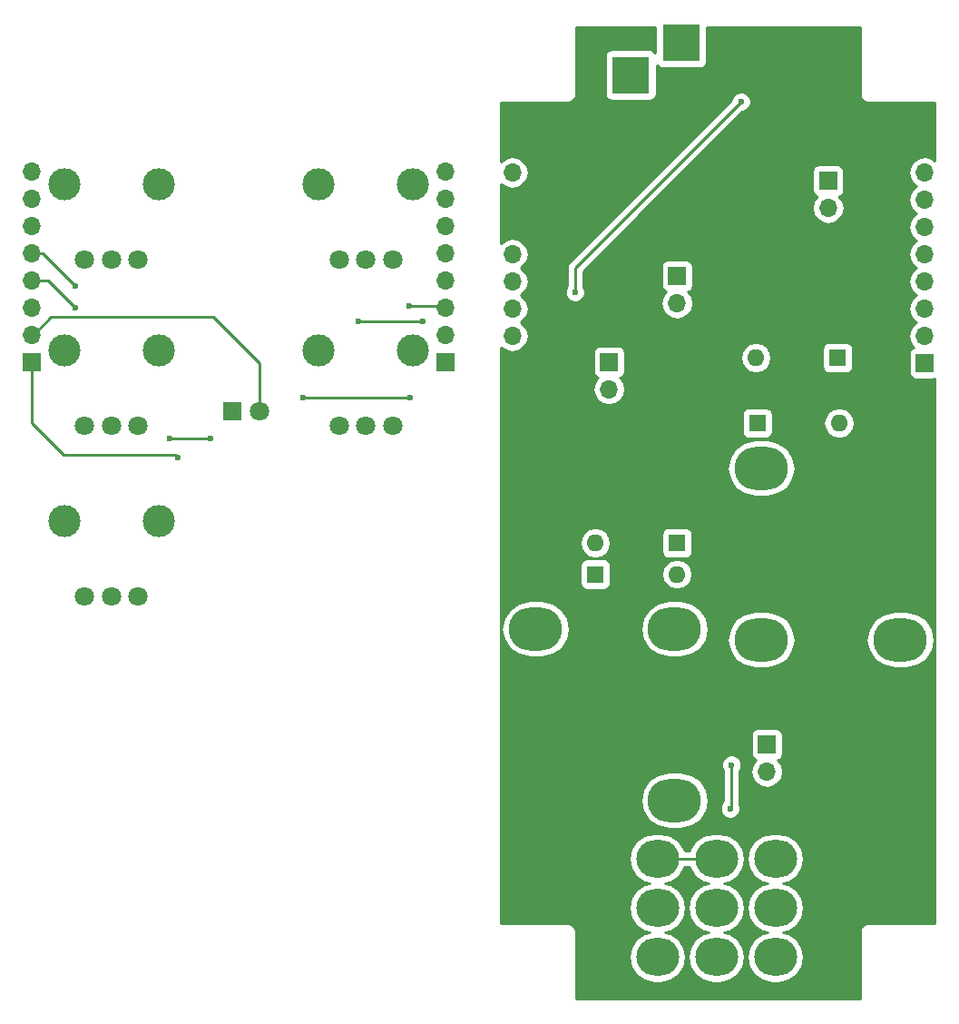
<source format=gbr>
G04 #@! TF.FileFunction,Copper,L2,Bot,Signal*
%FSLAX46Y46*%
G04 Gerber Fmt 4.6, Leading zero omitted, Abs format (unit mm)*
G04 Created by KiCad (PCBNEW 4.0.7) date 02/24/18 21:29:38*
%MOMM*%
%LPD*%
G01*
G04 APERTURE LIST*
%ADD10C,0.100000*%
%ADD11C,1.800000*%
%ADD12C,3.000000*%
%ADD13O,5.000000X4.000000*%
%ADD14O,4.000000X3.500000*%
%ADD15R,1.700000X1.700000*%
%ADD16O,1.700000X1.700000*%
%ADD17R,1.800000X1.800000*%
%ADD18R,1.600000X1.600000*%
%ADD19O,1.600000X1.600000*%
%ADD20R,3.500000X3.500000*%
%ADD21C,0.600000*%
%ADD22C,0.250000*%
%ADD23C,0.500000*%
%ADD24C,0.254000*%
G04 APERTURE END LIST*
D10*
D11*
X45546000Y-159639000D03*
X48046000Y-159639000D03*
X50546000Y-159639000D03*
D12*
X43646000Y-152639000D03*
X52446000Y-152639000D03*
D13*
X108689000Y-163702000D03*
X108689000Y-147702000D03*
X121689000Y-147702000D03*
X121666000Y-163702000D03*
D14*
X110021000Y-193322000D03*
X104521000Y-193322000D03*
X99021000Y-193322000D03*
X110021000Y-188722000D03*
X104521000Y-188722000D03*
X99021000Y-188722000D03*
X110021000Y-184122000D03*
X104521000Y-184122000D03*
X99021000Y-184122000D03*
D11*
X69295000Y-143764000D03*
X71795000Y-143764000D03*
X74295000Y-143764000D03*
D12*
X67395000Y-136764000D03*
X76195000Y-136764000D03*
D11*
X69295000Y-128270000D03*
X71795000Y-128270000D03*
X74295000Y-128270000D03*
D12*
X67395000Y-121270000D03*
X76195000Y-121270000D03*
D15*
X40640000Y-137795000D03*
D16*
X40640000Y-135255000D03*
X40640000Y-132715000D03*
X40640000Y-130175000D03*
X40640000Y-127635000D03*
X40640000Y-125095000D03*
X40640000Y-122555000D03*
X40640000Y-120015000D03*
D15*
X123952000Y-137922000D03*
D16*
X123952000Y-135382000D03*
X123952000Y-132842000D03*
X123952000Y-130302000D03*
X123952000Y-127762000D03*
X123952000Y-125222000D03*
X123952000Y-122682000D03*
X123952000Y-120142000D03*
D15*
X85471000Y-137922000D03*
D16*
X85471000Y-135382000D03*
X85471000Y-132842000D03*
X85471000Y-130302000D03*
X85471000Y-127762000D03*
X85471000Y-125222000D03*
X85471000Y-122682000D03*
X85471000Y-120142000D03*
D13*
X100607000Y-162688000D03*
X100607000Y-178688000D03*
X87607000Y-178688000D03*
X87630000Y-162688000D03*
D17*
X59309000Y-142367000D03*
D11*
X61849000Y-142367000D03*
X45546000Y-143764000D03*
X48046000Y-143764000D03*
X50546000Y-143764000D03*
D12*
X43646000Y-136764000D03*
X52446000Y-136764000D03*
D15*
X79248000Y-137795000D03*
D16*
X79248000Y-135255000D03*
X79248000Y-132715000D03*
X79248000Y-130175000D03*
X79248000Y-127635000D03*
X79248000Y-125095000D03*
X79248000Y-122555000D03*
X79248000Y-120015000D03*
D11*
X45546000Y-128270000D03*
X48046000Y-128270000D03*
X50546000Y-128270000D03*
D12*
X43646000Y-121270000D03*
X52446000Y-121270000D03*
D15*
X109220000Y-173482000D03*
D16*
X109220000Y-176022000D03*
D15*
X100838000Y-129794000D03*
D16*
X100838000Y-132334000D03*
D15*
X94488000Y-137795000D03*
D16*
X94488000Y-140335000D03*
D15*
X114935000Y-120904000D03*
D16*
X114935000Y-123444000D03*
D18*
X108331000Y-143510000D03*
D19*
X115951000Y-143510000D03*
D18*
X115824000Y-137414000D03*
D19*
X108204000Y-137414000D03*
D18*
X93218000Y-157607000D03*
D19*
X100838000Y-157607000D03*
D18*
X100838000Y-154686000D03*
D19*
X93218000Y-154686000D03*
D20*
X101219000Y-114046000D03*
X101219000Y-108046000D03*
X96519000Y-111046000D03*
D21*
X117602000Y-116586000D03*
X106807000Y-116205000D03*
X109474000Y-167132000D03*
X123063000Y-167767000D03*
X101092000Y-139192000D03*
X115189000Y-129540000D03*
X105537000Y-119126000D03*
X115062000Y-189738000D03*
X105918000Y-175387000D03*
X105791000Y-179451000D03*
X75819000Y-132588000D03*
X54229000Y-146685000D03*
X44704000Y-132715000D03*
X53467000Y-144907000D03*
X57277000Y-144907000D03*
X65913000Y-141097000D03*
X75946000Y-141097000D03*
X77089000Y-133985000D03*
X71120000Y-133985000D03*
X44704000Y-130683000D03*
X91313000Y-131318000D03*
X106807000Y-113538000D03*
D22*
X123063000Y-167767000D02*
X123110000Y-167720000D01*
X40640000Y-135255000D02*
X40767000Y-135255000D01*
X40767000Y-135255000D02*
X42418000Y-133604000D01*
X42418000Y-133604000D02*
X57531000Y-133604000D01*
X57531000Y-133604000D02*
X61849000Y-137922000D01*
X61849000Y-137922000D02*
X61849000Y-142367000D01*
X105918000Y-179324000D02*
X105918000Y-175387000D01*
X105791000Y-179451000D02*
X105918000Y-179324000D01*
D23*
X104648000Y-188976000D02*
X105156000Y-188722000D01*
D22*
X99148000Y-188976000D02*
X99187000Y-188976000D01*
X75819000Y-132588000D02*
X79121000Y-132588000D01*
X79121000Y-132588000D02*
X79248000Y-132715000D01*
X54229000Y-146685000D02*
X53975000Y-146431000D01*
X53975000Y-146431000D02*
X43561000Y-146431000D01*
X43561000Y-146431000D02*
X40640000Y-143510000D01*
X40640000Y-143510000D02*
X40640000Y-137795000D01*
X42164000Y-130175000D02*
X40640000Y-130175000D01*
X44704000Y-132715000D02*
X42164000Y-130175000D01*
X99021000Y-184122000D02*
X104521000Y-184122000D01*
X57277000Y-144907000D02*
X53467000Y-144907000D01*
X75946000Y-141097000D02*
X65913000Y-141097000D01*
X71120000Y-133985000D02*
X77089000Y-133985000D01*
X41656000Y-127635000D02*
X40640000Y-127635000D01*
X44704000Y-130683000D02*
X41656000Y-127635000D01*
X104648000Y-193576000D02*
X104549000Y-193576000D01*
X103949500Y-116395500D02*
X106807000Y-113538000D01*
X91313000Y-129032000D02*
X91313000Y-131318000D01*
X103949500Y-116395500D02*
X91313000Y-129032000D01*
D24*
G36*
X98821560Y-108982045D02*
X98733090Y-108844559D01*
X98520890Y-108699569D01*
X98269000Y-108648560D01*
X94769000Y-108648560D01*
X94533683Y-108692838D01*
X94317559Y-108831910D01*
X94172569Y-109044110D01*
X94121560Y-109296000D01*
X94121560Y-112796000D01*
X94165838Y-113031317D01*
X94304910Y-113247441D01*
X94517110Y-113392431D01*
X94769000Y-113443440D01*
X98269000Y-113443440D01*
X98504317Y-113399162D01*
X98720441Y-113260090D01*
X98865431Y-113047890D01*
X98916440Y-112796000D01*
X98916440Y-110109955D01*
X99004910Y-110247441D01*
X99217110Y-110392431D01*
X99469000Y-110443440D01*
X102969000Y-110443440D01*
X103204317Y-110399162D01*
X103420441Y-110260090D01*
X103565431Y-110047890D01*
X103616440Y-109796000D01*
X103616440Y-106628000D01*
X117908000Y-106628000D01*
X117908000Y-112903000D01*
X117962046Y-113174705D01*
X118115954Y-113405046D01*
X118346295Y-113558954D01*
X118618000Y-113613000D01*
X124893000Y-113613000D01*
X124893000Y-118999639D01*
X124549378Y-118770039D01*
X123981093Y-118657000D01*
X123922907Y-118657000D01*
X123354622Y-118770039D01*
X122872853Y-119091946D01*
X122550946Y-119573715D01*
X122437907Y-120142000D01*
X122550946Y-120710285D01*
X122872853Y-121192054D01*
X123202026Y-121412000D01*
X122872853Y-121631946D01*
X122550946Y-122113715D01*
X122437907Y-122682000D01*
X122550946Y-123250285D01*
X122872853Y-123732054D01*
X123202026Y-123952000D01*
X122872853Y-124171946D01*
X122550946Y-124653715D01*
X122437907Y-125222000D01*
X122550946Y-125790285D01*
X122872853Y-126272054D01*
X123202026Y-126492000D01*
X122872853Y-126711946D01*
X122550946Y-127193715D01*
X122437907Y-127762000D01*
X122550946Y-128330285D01*
X122872853Y-128812054D01*
X123202026Y-129032000D01*
X122872853Y-129251946D01*
X122550946Y-129733715D01*
X122437907Y-130302000D01*
X122550946Y-130870285D01*
X122872853Y-131352054D01*
X123202026Y-131572000D01*
X122872853Y-131791946D01*
X122550946Y-132273715D01*
X122437907Y-132842000D01*
X122550946Y-133410285D01*
X122872853Y-133892054D01*
X123202026Y-134112000D01*
X122872853Y-134331946D01*
X122550946Y-134813715D01*
X122437907Y-135382000D01*
X122550946Y-135950285D01*
X122872853Y-136432054D01*
X122914452Y-136459850D01*
X122866683Y-136468838D01*
X122650559Y-136607910D01*
X122505569Y-136820110D01*
X122454560Y-137072000D01*
X122454560Y-138772000D01*
X122498838Y-139007317D01*
X122637910Y-139223441D01*
X122850110Y-139368431D01*
X123102000Y-139419440D01*
X124802000Y-139419440D01*
X124893000Y-139402317D01*
X124893000Y-190171000D01*
X118618000Y-190171000D01*
X118346295Y-190225046D01*
X118115954Y-190378954D01*
X117962046Y-190609295D01*
X117908000Y-190881000D01*
X117908000Y-197156000D01*
X91388000Y-197156000D01*
X91388000Y-190881000D01*
X91333954Y-190609295D01*
X91180046Y-190378954D01*
X90949705Y-190225046D01*
X90678000Y-190171000D01*
X84403000Y-190171000D01*
X84403000Y-184122000D01*
X96334377Y-184122000D01*
X96515924Y-185034700D01*
X97032927Y-185808450D01*
X97806677Y-186325453D01*
X98292052Y-186422000D01*
X97806677Y-186518547D01*
X97032927Y-187035550D01*
X96515924Y-187809300D01*
X96334377Y-188722000D01*
X96515924Y-189634700D01*
X97032927Y-190408450D01*
X97806677Y-190925453D01*
X98292052Y-191022000D01*
X97806677Y-191118547D01*
X97032927Y-191635550D01*
X96515924Y-192409300D01*
X96334377Y-193322000D01*
X96515924Y-194234700D01*
X97032927Y-195008450D01*
X97806677Y-195525453D01*
X98719377Y-195707000D01*
X99322623Y-195707000D01*
X100235323Y-195525453D01*
X101009073Y-195008450D01*
X101526076Y-194234700D01*
X101707623Y-193322000D01*
X101526076Y-192409300D01*
X101009073Y-191635550D01*
X100235323Y-191118547D01*
X99749948Y-191022000D01*
X100235323Y-190925453D01*
X101009073Y-190408450D01*
X101526076Y-189634700D01*
X101707623Y-188722000D01*
X101526076Y-187809300D01*
X101009073Y-187035550D01*
X100235323Y-186518547D01*
X99749948Y-186422000D01*
X100235323Y-186325453D01*
X101009073Y-185808450D01*
X101526076Y-185034700D01*
X101556450Y-184882000D01*
X101985550Y-184882000D01*
X102015924Y-185034700D01*
X102532927Y-185808450D01*
X103306677Y-186325453D01*
X103792052Y-186422000D01*
X103306677Y-186518547D01*
X102532927Y-187035550D01*
X102015924Y-187809300D01*
X101834377Y-188722000D01*
X102015924Y-189634700D01*
X102532927Y-190408450D01*
X103306677Y-190925453D01*
X103792052Y-191022000D01*
X103306677Y-191118547D01*
X102532927Y-191635550D01*
X102015924Y-192409300D01*
X101834377Y-193322000D01*
X102015924Y-194234700D01*
X102532927Y-195008450D01*
X103306677Y-195525453D01*
X104219377Y-195707000D01*
X104822623Y-195707000D01*
X105735323Y-195525453D01*
X106509073Y-195008450D01*
X107026076Y-194234700D01*
X107207623Y-193322000D01*
X107026076Y-192409300D01*
X106509073Y-191635550D01*
X105735323Y-191118547D01*
X105249948Y-191022000D01*
X105735323Y-190925453D01*
X106509073Y-190408450D01*
X107026076Y-189634700D01*
X107207623Y-188722000D01*
X107026076Y-187809300D01*
X106509073Y-187035550D01*
X105735323Y-186518547D01*
X105249948Y-186422000D01*
X105735323Y-186325453D01*
X106509073Y-185808450D01*
X107026076Y-185034700D01*
X107207623Y-184122000D01*
X107334377Y-184122000D01*
X107515924Y-185034700D01*
X108032927Y-185808450D01*
X108806677Y-186325453D01*
X109292052Y-186422000D01*
X108806677Y-186518547D01*
X108032927Y-187035550D01*
X107515924Y-187809300D01*
X107334377Y-188722000D01*
X107515924Y-189634700D01*
X108032927Y-190408450D01*
X108806677Y-190925453D01*
X109292052Y-191022000D01*
X108806677Y-191118547D01*
X108032927Y-191635550D01*
X107515924Y-192409300D01*
X107334377Y-193322000D01*
X107515924Y-194234700D01*
X108032927Y-195008450D01*
X108806677Y-195525453D01*
X109719377Y-195707000D01*
X110322623Y-195707000D01*
X111235323Y-195525453D01*
X112009073Y-195008450D01*
X112526076Y-194234700D01*
X112707623Y-193322000D01*
X112526076Y-192409300D01*
X112009073Y-191635550D01*
X111235323Y-191118547D01*
X110749948Y-191022000D01*
X111235323Y-190925453D01*
X112009073Y-190408450D01*
X112526076Y-189634700D01*
X112707623Y-188722000D01*
X112526076Y-187809300D01*
X112009073Y-187035550D01*
X111235323Y-186518547D01*
X110749948Y-186422000D01*
X111235323Y-186325453D01*
X112009073Y-185808450D01*
X112526076Y-185034700D01*
X112707623Y-184122000D01*
X112526076Y-183209300D01*
X112009073Y-182435550D01*
X111235323Y-181918547D01*
X110322623Y-181737000D01*
X109719377Y-181737000D01*
X108806677Y-181918547D01*
X108032927Y-182435550D01*
X107515924Y-183209300D01*
X107334377Y-184122000D01*
X107207623Y-184122000D01*
X107026076Y-183209300D01*
X106509073Y-182435550D01*
X105735323Y-181918547D01*
X104822623Y-181737000D01*
X104219377Y-181737000D01*
X103306677Y-181918547D01*
X102532927Y-182435550D01*
X102015924Y-183209300D01*
X101985550Y-183362000D01*
X101556450Y-183362000D01*
X101526076Y-183209300D01*
X101009073Y-182435550D01*
X100235323Y-181918547D01*
X99322623Y-181737000D01*
X98719377Y-181737000D01*
X97806677Y-181918547D01*
X97032927Y-182435550D01*
X96515924Y-183209300D01*
X96334377Y-184122000D01*
X84403000Y-184122000D01*
X84403000Y-178688000D01*
X97410582Y-178688000D01*
X97611159Y-179696371D01*
X98182356Y-180551226D01*
X99037211Y-181122423D01*
X100045582Y-181323000D01*
X101168418Y-181323000D01*
X102176789Y-181122423D01*
X103031644Y-180551226D01*
X103602841Y-179696371D01*
X103614816Y-179636167D01*
X104855838Y-179636167D01*
X104997883Y-179979943D01*
X105260673Y-180243192D01*
X105604201Y-180385838D01*
X105976167Y-180386162D01*
X106319943Y-180244117D01*
X106583192Y-179981327D01*
X106725838Y-179637799D01*
X106726162Y-179265833D01*
X106678000Y-179149272D01*
X106678000Y-176022000D01*
X107705907Y-176022000D01*
X107818946Y-176590285D01*
X108140853Y-177072054D01*
X108622622Y-177393961D01*
X109190907Y-177507000D01*
X109249093Y-177507000D01*
X109817378Y-177393961D01*
X110299147Y-177072054D01*
X110621054Y-176590285D01*
X110734093Y-176022000D01*
X110621054Y-175453715D01*
X110299147Y-174971946D01*
X110257548Y-174944150D01*
X110305317Y-174935162D01*
X110521441Y-174796090D01*
X110666431Y-174583890D01*
X110717440Y-174332000D01*
X110717440Y-172632000D01*
X110673162Y-172396683D01*
X110534090Y-172180559D01*
X110321890Y-172035569D01*
X110070000Y-171984560D01*
X108370000Y-171984560D01*
X108134683Y-172028838D01*
X107918559Y-172167910D01*
X107773569Y-172380110D01*
X107722560Y-172632000D01*
X107722560Y-174332000D01*
X107766838Y-174567317D01*
X107905910Y-174783441D01*
X108118110Y-174928431D01*
X108185541Y-174942086D01*
X108140853Y-174971946D01*
X107818946Y-175453715D01*
X107705907Y-176022000D01*
X106678000Y-176022000D01*
X106678000Y-175949463D01*
X106710192Y-175917327D01*
X106852838Y-175573799D01*
X106853162Y-175201833D01*
X106711117Y-174858057D01*
X106448327Y-174594808D01*
X106104799Y-174452162D01*
X105732833Y-174451838D01*
X105389057Y-174593883D01*
X105125808Y-174856673D01*
X104983162Y-175200201D01*
X104982838Y-175572167D01*
X105124883Y-175915943D01*
X105158000Y-175949118D01*
X105158000Y-178761759D01*
X104998808Y-178920673D01*
X104856162Y-179264201D01*
X104855838Y-179636167D01*
X103614816Y-179636167D01*
X103803418Y-178688000D01*
X103602841Y-177679629D01*
X103031644Y-176824774D01*
X102176789Y-176253577D01*
X101168418Y-176053000D01*
X100045582Y-176053000D01*
X99037211Y-176253577D01*
X98182356Y-176824774D01*
X97611159Y-177679629D01*
X97410582Y-178688000D01*
X84403000Y-178688000D01*
X84403000Y-162688000D01*
X84433582Y-162688000D01*
X84634159Y-163696371D01*
X85205356Y-164551226D01*
X86060211Y-165122423D01*
X87068582Y-165323000D01*
X88191418Y-165323000D01*
X89199789Y-165122423D01*
X90054644Y-164551226D01*
X90625841Y-163696371D01*
X90826418Y-162688000D01*
X97410582Y-162688000D01*
X97611159Y-163696371D01*
X98182356Y-164551226D01*
X99037211Y-165122423D01*
X100045582Y-165323000D01*
X101168418Y-165323000D01*
X102176789Y-165122423D01*
X103031644Y-164551226D01*
X103599079Y-163702000D01*
X105492582Y-163702000D01*
X105693159Y-164710371D01*
X106264356Y-165565226D01*
X107119211Y-166136423D01*
X108127582Y-166337000D01*
X109250418Y-166337000D01*
X110258789Y-166136423D01*
X111113644Y-165565226D01*
X111684841Y-164710371D01*
X111885418Y-163702000D01*
X118469582Y-163702000D01*
X118670159Y-164710371D01*
X119241356Y-165565226D01*
X120096211Y-166136423D01*
X121104582Y-166337000D01*
X122227418Y-166337000D01*
X123235789Y-166136423D01*
X124090644Y-165565226D01*
X124661841Y-164710371D01*
X124862418Y-163702000D01*
X124661841Y-162693629D01*
X124090644Y-161838774D01*
X123235789Y-161267577D01*
X122227418Y-161067000D01*
X121104582Y-161067000D01*
X120096211Y-161267577D01*
X119241356Y-161838774D01*
X118670159Y-162693629D01*
X118469582Y-163702000D01*
X111885418Y-163702000D01*
X111684841Y-162693629D01*
X111113644Y-161838774D01*
X110258789Y-161267577D01*
X109250418Y-161067000D01*
X108127582Y-161067000D01*
X107119211Y-161267577D01*
X106264356Y-161838774D01*
X105693159Y-162693629D01*
X105492582Y-163702000D01*
X103599079Y-163702000D01*
X103602841Y-163696371D01*
X103803418Y-162688000D01*
X103602841Y-161679629D01*
X103031644Y-160824774D01*
X102176789Y-160253577D01*
X101168418Y-160053000D01*
X100045582Y-160053000D01*
X99037211Y-160253577D01*
X98182356Y-160824774D01*
X97611159Y-161679629D01*
X97410582Y-162688000D01*
X90826418Y-162688000D01*
X90625841Y-161679629D01*
X90054644Y-160824774D01*
X89199789Y-160253577D01*
X88191418Y-160053000D01*
X87068582Y-160053000D01*
X86060211Y-160253577D01*
X85205356Y-160824774D01*
X84634159Y-161679629D01*
X84433582Y-162688000D01*
X84403000Y-162688000D01*
X84403000Y-156807000D01*
X91770560Y-156807000D01*
X91770560Y-158407000D01*
X91814838Y-158642317D01*
X91953910Y-158858441D01*
X92166110Y-159003431D01*
X92418000Y-159054440D01*
X94018000Y-159054440D01*
X94253317Y-159010162D01*
X94469441Y-158871090D01*
X94614431Y-158658890D01*
X94665440Y-158407000D01*
X94665440Y-157607000D01*
X99374887Y-157607000D01*
X99484120Y-158156151D01*
X99795189Y-158621698D01*
X100260736Y-158932767D01*
X100809887Y-159042000D01*
X100866113Y-159042000D01*
X101415264Y-158932767D01*
X101880811Y-158621698D01*
X102191880Y-158156151D01*
X102301113Y-157607000D01*
X102191880Y-157057849D01*
X101880811Y-156592302D01*
X101415264Y-156281233D01*
X100866113Y-156172000D01*
X100809887Y-156172000D01*
X100260736Y-156281233D01*
X99795189Y-156592302D01*
X99484120Y-157057849D01*
X99374887Y-157607000D01*
X94665440Y-157607000D01*
X94665440Y-156807000D01*
X94621162Y-156571683D01*
X94482090Y-156355559D01*
X94269890Y-156210569D01*
X94018000Y-156159560D01*
X92418000Y-156159560D01*
X92182683Y-156203838D01*
X91966559Y-156342910D01*
X91821569Y-156555110D01*
X91770560Y-156807000D01*
X84403000Y-156807000D01*
X84403000Y-154686000D01*
X91754887Y-154686000D01*
X91864120Y-155235151D01*
X92175189Y-155700698D01*
X92640736Y-156011767D01*
X93189887Y-156121000D01*
X93246113Y-156121000D01*
X93795264Y-156011767D01*
X94260811Y-155700698D01*
X94571880Y-155235151D01*
X94681113Y-154686000D01*
X94571880Y-154136849D01*
X94404268Y-153886000D01*
X99390560Y-153886000D01*
X99390560Y-155486000D01*
X99434838Y-155721317D01*
X99573910Y-155937441D01*
X99786110Y-156082431D01*
X100038000Y-156133440D01*
X101638000Y-156133440D01*
X101873317Y-156089162D01*
X102089441Y-155950090D01*
X102234431Y-155737890D01*
X102285440Y-155486000D01*
X102285440Y-153886000D01*
X102241162Y-153650683D01*
X102102090Y-153434559D01*
X101889890Y-153289569D01*
X101638000Y-153238560D01*
X100038000Y-153238560D01*
X99802683Y-153282838D01*
X99586559Y-153421910D01*
X99441569Y-153634110D01*
X99390560Y-153886000D01*
X94404268Y-153886000D01*
X94260811Y-153671302D01*
X93795264Y-153360233D01*
X93246113Y-153251000D01*
X93189887Y-153251000D01*
X92640736Y-153360233D01*
X92175189Y-153671302D01*
X91864120Y-154136849D01*
X91754887Y-154686000D01*
X84403000Y-154686000D01*
X84403000Y-147702000D01*
X105492582Y-147702000D01*
X105693159Y-148710371D01*
X106264356Y-149565226D01*
X107119211Y-150136423D01*
X108127582Y-150337000D01*
X109250418Y-150337000D01*
X110258789Y-150136423D01*
X111113644Y-149565226D01*
X111684841Y-148710371D01*
X111885418Y-147702000D01*
X111684841Y-146693629D01*
X111113644Y-145838774D01*
X110258789Y-145267577D01*
X109250418Y-145067000D01*
X108127582Y-145067000D01*
X107119211Y-145267577D01*
X106264356Y-145838774D01*
X105693159Y-146693629D01*
X105492582Y-147702000D01*
X84403000Y-147702000D01*
X84403000Y-142710000D01*
X106883560Y-142710000D01*
X106883560Y-144310000D01*
X106927838Y-144545317D01*
X107066910Y-144761441D01*
X107279110Y-144906431D01*
X107531000Y-144957440D01*
X109131000Y-144957440D01*
X109366317Y-144913162D01*
X109582441Y-144774090D01*
X109727431Y-144561890D01*
X109778440Y-144310000D01*
X109778440Y-143510000D01*
X114487887Y-143510000D01*
X114597120Y-144059151D01*
X114908189Y-144524698D01*
X115373736Y-144835767D01*
X115922887Y-144945000D01*
X115979113Y-144945000D01*
X116528264Y-144835767D01*
X116993811Y-144524698D01*
X117304880Y-144059151D01*
X117414113Y-143510000D01*
X117304880Y-142960849D01*
X116993811Y-142495302D01*
X116528264Y-142184233D01*
X115979113Y-142075000D01*
X115922887Y-142075000D01*
X115373736Y-142184233D01*
X114908189Y-142495302D01*
X114597120Y-142960849D01*
X114487887Y-143510000D01*
X109778440Y-143510000D01*
X109778440Y-142710000D01*
X109734162Y-142474683D01*
X109595090Y-142258559D01*
X109382890Y-142113569D01*
X109131000Y-142062560D01*
X107531000Y-142062560D01*
X107295683Y-142106838D01*
X107079559Y-142245910D01*
X106934569Y-142458110D01*
X106883560Y-142710000D01*
X84403000Y-142710000D01*
X84403000Y-140335000D01*
X92973907Y-140335000D01*
X93086946Y-140903285D01*
X93408853Y-141385054D01*
X93890622Y-141706961D01*
X94458907Y-141820000D01*
X94517093Y-141820000D01*
X95085378Y-141706961D01*
X95567147Y-141385054D01*
X95889054Y-140903285D01*
X96002093Y-140335000D01*
X95889054Y-139766715D01*
X95567147Y-139284946D01*
X95525548Y-139257150D01*
X95573317Y-139248162D01*
X95789441Y-139109090D01*
X95934431Y-138896890D01*
X95985440Y-138645000D01*
X95985440Y-137414000D01*
X106740887Y-137414000D01*
X106850120Y-137963151D01*
X107161189Y-138428698D01*
X107626736Y-138739767D01*
X108175887Y-138849000D01*
X108232113Y-138849000D01*
X108781264Y-138739767D01*
X109246811Y-138428698D01*
X109557880Y-137963151D01*
X109667113Y-137414000D01*
X109557880Y-136864849D01*
X109390268Y-136614000D01*
X114376560Y-136614000D01*
X114376560Y-138214000D01*
X114420838Y-138449317D01*
X114559910Y-138665441D01*
X114772110Y-138810431D01*
X115024000Y-138861440D01*
X116624000Y-138861440D01*
X116859317Y-138817162D01*
X117075441Y-138678090D01*
X117220431Y-138465890D01*
X117271440Y-138214000D01*
X117271440Y-136614000D01*
X117227162Y-136378683D01*
X117088090Y-136162559D01*
X116875890Y-136017569D01*
X116624000Y-135966560D01*
X115024000Y-135966560D01*
X114788683Y-136010838D01*
X114572559Y-136149910D01*
X114427569Y-136362110D01*
X114376560Y-136614000D01*
X109390268Y-136614000D01*
X109246811Y-136399302D01*
X108781264Y-136088233D01*
X108232113Y-135979000D01*
X108175887Y-135979000D01*
X107626736Y-136088233D01*
X107161189Y-136399302D01*
X106850120Y-136864849D01*
X106740887Y-137414000D01*
X95985440Y-137414000D01*
X95985440Y-136945000D01*
X95941162Y-136709683D01*
X95802090Y-136493559D01*
X95589890Y-136348569D01*
X95338000Y-136297560D01*
X93638000Y-136297560D01*
X93402683Y-136341838D01*
X93186559Y-136480910D01*
X93041569Y-136693110D01*
X92990560Y-136945000D01*
X92990560Y-138645000D01*
X93034838Y-138880317D01*
X93173910Y-139096441D01*
X93386110Y-139241431D01*
X93453541Y-139255086D01*
X93408853Y-139284946D01*
X93086946Y-139766715D01*
X92973907Y-140335000D01*
X84403000Y-140335000D01*
X84403000Y-136439502D01*
X84873622Y-136753961D01*
X85441907Y-136867000D01*
X85500093Y-136867000D01*
X86068378Y-136753961D01*
X86550147Y-136432054D01*
X86872054Y-135950285D01*
X86985093Y-135382000D01*
X86872054Y-134813715D01*
X86550147Y-134331946D01*
X86220974Y-134112000D01*
X86550147Y-133892054D01*
X86872054Y-133410285D01*
X86985093Y-132842000D01*
X86884046Y-132334000D01*
X99323907Y-132334000D01*
X99436946Y-132902285D01*
X99758853Y-133384054D01*
X100240622Y-133705961D01*
X100808907Y-133819000D01*
X100867093Y-133819000D01*
X101435378Y-133705961D01*
X101917147Y-133384054D01*
X102239054Y-132902285D01*
X102352093Y-132334000D01*
X102239054Y-131765715D01*
X101917147Y-131283946D01*
X101875548Y-131256150D01*
X101923317Y-131247162D01*
X102139441Y-131108090D01*
X102284431Y-130895890D01*
X102335440Y-130644000D01*
X102335440Y-128944000D01*
X102291162Y-128708683D01*
X102152090Y-128492559D01*
X101939890Y-128347569D01*
X101688000Y-128296560D01*
X99988000Y-128296560D01*
X99752683Y-128340838D01*
X99536559Y-128479910D01*
X99391569Y-128692110D01*
X99340560Y-128944000D01*
X99340560Y-130644000D01*
X99384838Y-130879317D01*
X99523910Y-131095441D01*
X99736110Y-131240431D01*
X99803541Y-131254086D01*
X99758853Y-131283946D01*
X99436946Y-131765715D01*
X99323907Y-132334000D01*
X86884046Y-132334000D01*
X86872054Y-132273715D01*
X86550147Y-131791946D01*
X86220974Y-131572000D01*
X86323990Y-131503167D01*
X90377838Y-131503167D01*
X90519883Y-131846943D01*
X90782673Y-132110192D01*
X91126201Y-132252838D01*
X91498167Y-132253162D01*
X91841943Y-132111117D01*
X92105192Y-131848327D01*
X92247838Y-131504799D01*
X92248162Y-131132833D01*
X92106117Y-130789057D01*
X92073000Y-130755882D01*
X92073000Y-129346802D01*
X97975802Y-123444000D01*
X113420907Y-123444000D01*
X113533946Y-124012285D01*
X113855853Y-124494054D01*
X114337622Y-124815961D01*
X114905907Y-124929000D01*
X114964093Y-124929000D01*
X115532378Y-124815961D01*
X116014147Y-124494054D01*
X116336054Y-124012285D01*
X116449093Y-123444000D01*
X116336054Y-122875715D01*
X116014147Y-122393946D01*
X115972548Y-122366150D01*
X116020317Y-122357162D01*
X116236441Y-122218090D01*
X116381431Y-122005890D01*
X116432440Y-121754000D01*
X116432440Y-120054000D01*
X116388162Y-119818683D01*
X116249090Y-119602559D01*
X116036890Y-119457569D01*
X115785000Y-119406560D01*
X114085000Y-119406560D01*
X113849683Y-119450838D01*
X113633559Y-119589910D01*
X113488569Y-119802110D01*
X113437560Y-120054000D01*
X113437560Y-121754000D01*
X113481838Y-121989317D01*
X113620910Y-122205441D01*
X113833110Y-122350431D01*
X113900541Y-122364086D01*
X113855853Y-122393946D01*
X113533946Y-122875715D01*
X113420907Y-123444000D01*
X97975802Y-123444000D01*
X106946680Y-114473122D01*
X106992167Y-114473162D01*
X107335943Y-114331117D01*
X107599192Y-114068327D01*
X107741838Y-113724799D01*
X107742162Y-113352833D01*
X107600117Y-113009057D01*
X107337327Y-112745808D01*
X106993799Y-112603162D01*
X106621833Y-112602838D01*
X106278057Y-112744883D01*
X106014808Y-113007673D01*
X105872162Y-113351201D01*
X105872121Y-113398077D01*
X90775599Y-128494599D01*
X90610852Y-128741161D01*
X90553000Y-129032000D01*
X90553000Y-130755537D01*
X90520808Y-130787673D01*
X90378162Y-131131201D01*
X90377838Y-131503167D01*
X86323990Y-131503167D01*
X86550147Y-131352054D01*
X86872054Y-130870285D01*
X86985093Y-130302000D01*
X86872054Y-129733715D01*
X86550147Y-129251946D01*
X86220974Y-129032000D01*
X86550147Y-128812054D01*
X86872054Y-128330285D01*
X86985093Y-127762000D01*
X86872054Y-127193715D01*
X86550147Y-126711946D01*
X86068378Y-126390039D01*
X85500093Y-126277000D01*
X85441907Y-126277000D01*
X84873622Y-126390039D01*
X84403000Y-126704498D01*
X84403000Y-121199502D01*
X84873622Y-121513961D01*
X85441907Y-121627000D01*
X85500093Y-121627000D01*
X86068378Y-121513961D01*
X86550147Y-121192054D01*
X86872054Y-120710285D01*
X86985093Y-120142000D01*
X86872054Y-119573715D01*
X86550147Y-119091946D01*
X86068378Y-118770039D01*
X85500093Y-118657000D01*
X85441907Y-118657000D01*
X84873622Y-118770039D01*
X84403000Y-119084498D01*
X84403000Y-113613000D01*
X90678000Y-113613000D01*
X90949705Y-113558954D01*
X91180046Y-113405046D01*
X91333954Y-113174705D01*
X91388000Y-112903000D01*
X91388000Y-106628000D01*
X98821560Y-106628000D01*
X98821560Y-108982045D01*
X98821560Y-108982045D01*
G37*
X98821560Y-108982045D02*
X98733090Y-108844559D01*
X98520890Y-108699569D01*
X98269000Y-108648560D01*
X94769000Y-108648560D01*
X94533683Y-108692838D01*
X94317559Y-108831910D01*
X94172569Y-109044110D01*
X94121560Y-109296000D01*
X94121560Y-112796000D01*
X94165838Y-113031317D01*
X94304910Y-113247441D01*
X94517110Y-113392431D01*
X94769000Y-113443440D01*
X98269000Y-113443440D01*
X98504317Y-113399162D01*
X98720441Y-113260090D01*
X98865431Y-113047890D01*
X98916440Y-112796000D01*
X98916440Y-110109955D01*
X99004910Y-110247441D01*
X99217110Y-110392431D01*
X99469000Y-110443440D01*
X102969000Y-110443440D01*
X103204317Y-110399162D01*
X103420441Y-110260090D01*
X103565431Y-110047890D01*
X103616440Y-109796000D01*
X103616440Y-106628000D01*
X117908000Y-106628000D01*
X117908000Y-112903000D01*
X117962046Y-113174705D01*
X118115954Y-113405046D01*
X118346295Y-113558954D01*
X118618000Y-113613000D01*
X124893000Y-113613000D01*
X124893000Y-118999639D01*
X124549378Y-118770039D01*
X123981093Y-118657000D01*
X123922907Y-118657000D01*
X123354622Y-118770039D01*
X122872853Y-119091946D01*
X122550946Y-119573715D01*
X122437907Y-120142000D01*
X122550946Y-120710285D01*
X122872853Y-121192054D01*
X123202026Y-121412000D01*
X122872853Y-121631946D01*
X122550946Y-122113715D01*
X122437907Y-122682000D01*
X122550946Y-123250285D01*
X122872853Y-123732054D01*
X123202026Y-123952000D01*
X122872853Y-124171946D01*
X122550946Y-124653715D01*
X122437907Y-125222000D01*
X122550946Y-125790285D01*
X122872853Y-126272054D01*
X123202026Y-126492000D01*
X122872853Y-126711946D01*
X122550946Y-127193715D01*
X122437907Y-127762000D01*
X122550946Y-128330285D01*
X122872853Y-128812054D01*
X123202026Y-129032000D01*
X122872853Y-129251946D01*
X122550946Y-129733715D01*
X122437907Y-130302000D01*
X122550946Y-130870285D01*
X122872853Y-131352054D01*
X123202026Y-131572000D01*
X122872853Y-131791946D01*
X122550946Y-132273715D01*
X122437907Y-132842000D01*
X122550946Y-133410285D01*
X122872853Y-133892054D01*
X123202026Y-134112000D01*
X122872853Y-134331946D01*
X122550946Y-134813715D01*
X122437907Y-135382000D01*
X122550946Y-135950285D01*
X122872853Y-136432054D01*
X122914452Y-136459850D01*
X122866683Y-136468838D01*
X122650559Y-136607910D01*
X122505569Y-136820110D01*
X122454560Y-137072000D01*
X122454560Y-138772000D01*
X122498838Y-139007317D01*
X122637910Y-139223441D01*
X122850110Y-139368431D01*
X123102000Y-139419440D01*
X124802000Y-139419440D01*
X124893000Y-139402317D01*
X124893000Y-190171000D01*
X118618000Y-190171000D01*
X118346295Y-190225046D01*
X118115954Y-190378954D01*
X117962046Y-190609295D01*
X117908000Y-190881000D01*
X117908000Y-197156000D01*
X91388000Y-197156000D01*
X91388000Y-190881000D01*
X91333954Y-190609295D01*
X91180046Y-190378954D01*
X90949705Y-190225046D01*
X90678000Y-190171000D01*
X84403000Y-190171000D01*
X84403000Y-184122000D01*
X96334377Y-184122000D01*
X96515924Y-185034700D01*
X97032927Y-185808450D01*
X97806677Y-186325453D01*
X98292052Y-186422000D01*
X97806677Y-186518547D01*
X97032927Y-187035550D01*
X96515924Y-187809300D01*
X96334377Y-188722000D01*
X96515924Y-189634700D01*
X97032927Y-190408450D01*
X97806677Y-190925453D01*
X98292052Y-191022000D01*
X97806677Y-191118547D01*
X97032927Y-191635550D01*
X96515924Y-192409300D01*
X96334377Y-193322000D01*
X96515924Y-194234700D01*
X97032927Y-195008450D01*
X97806677Y-195525453D01*
X98719377Y-195707000D01*
X99322623Y-195707000D01*
X100235323Y-195525453D01*
X101009073Y-195008450D01*
X101526076Y-194234700D01*
X101707623Y-193322000D01*
X101526076Y-192409300D01*
X101009073Y-191635550D01*
X100235323Y-191118547D01*
X99749948Y-191022000D01*
X100235323Y-190925453D01*
X101009073Y-190408450D01*
X101526076Y-189634700D01*
X101707623Y-188722000D01*
X101526076Y-187809300D01*
X101009073Y-187035550D01*
X100235323Y-186518547D01*
X99749948Y-186422000D01*
X100235323Y-186325453D01*
X101009073Y-185808450D01*
X101526076Y-185034700D01*
X101556450Y-184882000D01*
X101985550Y-184882000D01*
X102015924Y-185034700D01*
X102532927Y-185808450D01*
X103306677Y-186325453D01*
X103792052Y-186422000D01*
X103306677Y-186518547D01*
X102532927Y-187035550D01*
X102015924Y-187809300D01*
X101834377Y-188722000D01*
X102015924Y-189634700D01*
X102532927Y-190408450D01*
X103306677Y-190925453D01*
X103792052Y-191022000D01*
X103306677Y-191118547D01*
X102532927Y-191635550D01*
X102015924Y-192409300D01*
X101834377Y-193322000D01*
X102015924Y-194234700D01*
X102532927Y-195008450D01*
X103306677Y-195525453D01*
X104219377Y-195707000D01*
X104822623Y-195707000D01*
X105735323Y-195525453D01*
X106509073Y-195008450D01*
X107026076Y-194234700D01*
X107207623Y-193322000D01*
X107026076Y-192409300D01*
X106509073Y-191635550D01*
X105735323Y-191118547D01*
X105249948Y-191022000D01*
X105735323Y-190925453D01*
X106509073Y-190408450D01*
X107026076Y-189634700D01*
X107207623Y-188722000D01*
X107026076Y-187809300D01*
X106509073Y-187035550D01*
X105735323Y-186518547D01*
X105249948Y-186422000D01*
X105735323Y-186325453D01*
X106509073Y-185808450D01*
X107026076Y-185034700D01*
X107207623Y-184122000D01*
X107334377Y-184122000D01*
X107515924Y-185034700D01*
X108032927Y-185808450D01*
X108806677Y-186325453D01*
X109292052Y-186422000D01*
X108806677Y-186518547D01*
X108032927Y-187035550D01*
X107515924Y-187809300D01*
X107334377Y-188722000D01*
X107515924Y-189634700D01*
X108032927Y-190408450D01*
X108806677Y-190925453D01*
X109292052Y-191022000D01*
X108806677Y-191118547D01*
X108032927Y-191635550D01*
X107515924Y-192409300D01*
X107334377Y-193322000D01*
X107515924Y-194234700D01*
X108032927Y-195008450D01*
X108806677Y-195525453D01*
X109719377Y-195707000D01*
X110322623Y-195707000D01*
X111235323Y-195525453D01*
X112009073Y-195008450D01*
X112526076Y-194234700D01*
X112707623Y-193322000D01*
X112526076Y-192409300D01*
X112009073Y-191635550D01*
X111235323Y-191118547D01*
X110749948Y-191022000D01*
X111235323Y-190925453D01*
X112009073Y-190408450D01*
X112526076Y-189634700D01*
X112707623Y-188722000D01*
X112526076Y-187809300D01*
X112009073Y-187035550D01*
X111235323Y-186518547D01*
X110749948Y-186422000D01*
X111235323Y-186325453D01*
X112009073Y-185808450D01*
X112526076Y-185034700D01*
X112707623Y-184122000D01*
X112526076Y-183209300D01*
X112009073Y-182435550D01*
X111235323Y-181918547D01*
X110322623Y-181737000D01*
X109719377Y-181737000D01*
X108806677Y-181918547D01*
X108032927Y-182435550D01*
X107515924Y-183209300D01*
X107334377Y-184122000D01*
X107207623Y-184122000D01*
X107026076Y-183209300D01*
X106509073Y-182435550D01*
X105735323Y-181918547D01*
X104822623Y-181737000D01*
X104219377Y-181737000D01*
X103306677Y-181918547D01*
X102532927Y-182435550D01*
X102015924Y-183209300D01*
X101985550Y-183362000D01*
X101556450Y-183362000D01*
X101526076Y-183209300D01*
X101009073Y-182435550D01*
X100235323Y-181918547D01*
X99322623Y-181737000D01*
X98719377Y-181737000D01*
X97806677Y-181918547D01*
X97032927Y-182435550D01*
X96515924Y-183209300D01*
X96334377Y-184122000D01*
X84403000Y-184122000D01*
X84403000Y-178688000D01*
X97410582Y-178688000D01*
X97611159Y-179696371D01*
X98182356Y-180551226D01*
X99037211Y-181122423D01*
X100045582Y-181323000D01*
X101168418Y-181323000D01*
X102176789Y-181122423D01*
X103031644Y-180551226D01*
X103602841Y-179696371D01*
X103614816Y-179636167D01*
X104855838Y-179636167D01*
X104997883Y-179979943D01*
X105260673Y-180243192D01*
X105604201Y-180385838D01*
X105976167Y-180386162D01*
X106319943Y-180244117D01*
X106583192Y-179981327D01*
X106725838Y-179637799D01*
X106726162Y-179265833D01*
X106678000Y-179149272D01*
X106678000Y-176022000D01*
X107705907Y-176022000D01*
X107818946Y-176590285D01*
X108140853Y-177072054D01*
X108622622Y-177393961D01*
X109190907Y-177507000D01*
X109249093Y-177507000D01*
X109817378Y-177393961D01*
X110299147Y-177072054D01*
X110621054Y-176590285D01*
X110734093Y-176022000D01*
X110621054Y-175453715D01*
X110299147Y-174971946D01*
X110257548Y-174944150D01*
X110305317Y-174935162D01*
X110521441Y-174796090D01*
X110666431Y-174583890D01*
X110717440Y-174332000D01*
X110717440Y-172632000D01*
X110673162Y-172396683D01*
X110534090Y-172180559D01*
X110321890Y-172035569D01*
X110070000Y-171984560D01*
X108370000Y-171984560D01*
X108134683Y-172028838D01*
X107918559Y-172167910D01*
X107773569Y-172380110D01*
X107722560Y-172632000D01*
X107722560Y-174332000D01*
X107766838Y-174567317D01*
X107905910Y-174783441D01*
X108118110Y-174928431D01*
X108185541Y-174942086D01*
X108140853Y-174971946D01*
X107818946Y-175453715D01*
X107705907Y-176022000D01*
X106678000Y-176022000D01*
X106678000Y-175949463D01*
X106710192Y-175917327D01*
X106852838Y-175573799D01*
X106853162Y-175201833D01*
X106711117Y-174858057D01*
X106448327Y-174594808D01*
X106104799Y-174452162D01*
X105732833Y-174451838D01*
X105389057Y-174593883D01*
X105125808Y-174856673D01*
X104983162Y-175200201D01*
X104982838Y-175572167D01*
X105124883Y-175915943D01*
X105158000Y-175949118D01*
X105158000Y-178761759D01*
X104998808Y-178920673D01*
X104856162Y-179264201D01*
X104855838Y-179636167D01*
X103614816Y-179636167D01*
X103803418Y-178688000D01*
X103602841Y-177679629D01*
X103031644Y-176824774D01*
X102176789Y-176253577D01*
X101168418Y-176053000D01*
X100045582Y-176053000D01*
X99037211Y-176253577D01*
X98182356Y-176824774D01*
X97611159Y-177679629D01*
X97410582Y-178688000D01*
X84403000Y-178688000D01*
X84403000Y-162688000D01*
X84433582Y-162688000D01*
X84634159Y-163696371D01*
X85205356Y-164551226D01*
X86060211Y-165122423D01*
X87068582Y-165323000D01*
X88191418Y-165323000D01*
X89199789Y-165122423D01*
X90054644Y-164551226D01*
X90625841Y-163696371D01*
X90826418Y-162688000D01*
X97410582Y-162688000D01*
X97611159Y-163696371D01*
X98182356Y-164551226D01*
X99037211Y-165122423D01*
X100045582Y-165323000D01*
X101168418Y-165323000D01*
X102176789Y-165122423D01*
X103031644Y-164551226D01*
X103599079Y-163702000D01*
X105492582Y-163702000D01*
X105693159Y-164710371D01*
X106264356Y-165565226D01*
X107119211Y-166136423D01*
X108127582Y-166337000D01*
X109250418Y-166337000D01*
X110258789Y-166136423D01*
X111113644Y-165565226D01*
X111684841Y-164710371D01*
X111885418Y-163702000D01*
X118469582Y-163702000D01*
X118670159Y-164710371D01*
X119241356Y-165565226D01*
X120096211Y-166136423D01*
X121104582Y-166337000D01*
X122227418Y-166337000D01*
X123235789Y-166136423D01*
X124090644Y-165565226D01*
X124661841Y-164710371D01*
X124862418Y-163702000D01*
X124661841Y-162693629D01*
X124090644Y-161838774D01*
X123235789Y-161267577D01*
X122227418Y-161067000D01*
X121104582Y-161067000D01*
X120096211Y-161267577D01*
X119241356Y-161838774D01*
X118670159Y-162693629D01*
X118469582Y-163702000D01*
X111885418Y-163702000D01*
X111684841Y-162693629D01*
X111113644Y-161838774D01*
X110258789Y-161267577D01*
X109250418Y-161067000D01*
X108127582Y-161067000D01*
X107119211Y-161267577D01*
X106264356Y-161838774D01*
X105693159Y-162693629D01*
X105492582Y-163702000D01*
X103599079Y-163702000D01*
X103602841Y-163696371D01*
X103803418Y-162688000D01*
X103602841Y-161679629D01*
X103031644Y-160824774D01*
X102176789Y-160253577D01*
X101168418Y-160053000D01*
X100045582Y-160053000D01*
X99037211Y-160253577D01*
X98182356Y-160824774D01*
X97611159Y-161679629D01*
X97410582Y-162688000D01*
X90826418Y-162688000D01*
X90625841Y-161679629D01*
X90054644Y-160824774D01*
X89199789Y-160253577D01*
X88191418Y-160053000D01*
X87068582Y-160053000D01*
X86060211Y-160253577D01*
X85205356Y-160824774D01*
X84634159Y-161679629D01*
X84433582Y-162688000D01*
X84403000Y-162688000D01*
X84403000Y-156807000D01*
X91770560Y-156807000D01*
X91770560Y-158407000D01*
X91814838Y-158642317D01*
X91953910Y-158858441D01*
X92166110Y-159003431D01*
X92418000Y-159054440D01*
X94018000Y-159054440D01*
X94253317Y-159010162D01*
X94469441Y-158871090D01*
X94614431Y-158658890D01*
X94665440Y-158407000D01*
X94665440Y-157607000D01*
X99374887Y-157607000D01*
X99484120Y-158156151D01*
X99795189Y-158621698D01*
X100260736Y-158932767D01*
X100809887Y-159042000D01*
X100866113Y-159042000D01*
X101415264Y-158932767D01*
X101880811Y-158621698D01*
X102191880Y-158156151D01*
X102301113Y-157607000D01*
X102191880Y-157057849D01*
X101880811Y-156592302D01*
X101415264Y-156281233D01*
X100866113Y-156172000D01*
X100809887Y-156172000D01*
X100260736Y-156281233D01*
X99795189Y-156592302D01*
X99484120Y-157057849D01*
X99374887Y-157607000D01*
X94665440Y-157607000D01*
X94665440Y-156807000D01*
X94621162Y-156571683D01*
X94482090Y-156355559D01*
X94269890Y-156210569D01*
X94018000Y-156159560D01*
X92418000Y-156159560D01*
X92182683Y-156203838D01*
X91966559Y-156342910D01*
X91821569Y-156555110D01*
X91770560Y-156807000D01*
X84403000Y-156807000D01*
X84403000Y-154686000D01*
X91754887Y-154686000D01*
X91864120Y-155235151D01*
X92175189Y-155700698D01*
X92640736Y-156011767D01*
X93189887Y-156121000D01*
X93246113Y-156121000D01*
X93795264Y-156011767D01*
X94260811Y-155700698D01*
X94571880Y-155235151D01*
X94681113Y-154686000D01*
X94571880Y-154136849D01*
X94404268Y-153886000D01*
X99390560Y-153886000D01*
X99390560Y-155486000D01*
X99434838Y-155721317D01*
X99573910Y-155937441D01*
X99786110Y-156082431D01*
X100038000Y-156133440D01*
X101638000Y-156133440D01*
X101873317Y-156089162D01*
X102089441Y-155950090D01*
X102234431Y-155737890D01*
X102285440Y-155486000D01*
X102285440Y-153886000D01*
X102241162Y-153650683D01*
X102102090Y-153434559D01*
X101889890Y-153289569D01*
X101638000Y-153238560D01*
X100038000Y-153238560D01*
X99802683Y-153282838D01*
X99586559Y-153421910D01*
X99441569Y-153634110D01*
X99390560Y-153886000D01*
X94404268Y-153886000D01*
X94260811Y-153671302D01*
X93795264Y-153360233D01*
X93246113Y-153251000D01*
X93189887Y-153251000D01*
X92640736Y-153360233D01*
X92175189Y-153671302D01*
X91864120Y-154136849D01*
X91754887Y-154686000D01*
X84403000Y-154686000D01*
X84403000Y-147702000D01*
X105492582Y-147702000D01*
X105693159Y-148710371D01*
X106264356Y-149565226D01*
X107119211Y-150136423D01*
X108127582Y-150337000D01*
X109250418Y-150337000D01*
X110258789Y-150136423D01*
X111113644Y-149565226D01*
X111684841Y-148710371D01*
X111885418Y-147702000D01*
X111684841Y-146693629D01*
X111113644Y-145838774D01*
X110258789Y-145267577D01*
X109250418Y-145067000D01*
X108127582Y-145067000D01*
X107119211Y-145267577D01*
X106264356Y-145838774D01*
X105693159Y-146693629D01*
X105492582Y-147702000D01*
X84403000Y-147702000D01*
X84403000Y-142710000D01*
X106883560Y-142710000D01*
X106883560Y-144310000D01*
X106927838Y-144545317D01*
X107066910Y-144761441D01*
X107279110Y-144906431D01*
X107531000Y-144957440D01*
X109131000Y-144957440D01*
X109366317Y-144913162D01*
X109582441Y-144774090D01*
X109727431Y-144561890D01*
X109778440Y-144310000D01*
X109778440Y-143510000D01*
X114487887Y-143510000D01*
X114597120Y-144059151D01*
X114908189Y-144524698D01*
X115373736Y-144835767D01*
X115922887Y-144945000D01*
X115979113Y-144945000D01*
X116528264Y-144835767D01*
X116993811Y-144524698D01*
X117304880Y-144059151D01*
X117414113Y-143510000D01*
X117304880Y-142960849D01*
X116993811Y-142495302D01*
X116528264Y-142184233D01*
X115979113Y-142075000D01*
X115922887Y-142075000D01*
X115373736Y-142184233D01*
X114908189Y-142495302D01*
X114597120Y-142960849D01*
X114487887Y-143510000D01*
X109778440Y-143510000D01*
X109778440Y-142710000D01*
X109734162Y-142474683D01*
X109595090Y-142258559D01*
X109382890Y-142113569D01*
X109131000Y-142062560D01*
X107531000Y-142062560D01*
X107295683Y-142106838D01*
X107079559Y-142245910D01*
X106934569Y-142458110D01*
X106883560Y-142710000D01*
X84403000Y-142710000D01*
X84403000Y-140335000D01*
X92973907Y-140335000D01*
X93086946Y-140903285D01*
X93408853Y-141385054D01*
X93890622Y-141706961D01*
X94458907Y-141820000D01*
X94517093Y-141820000D01*
X95085378Y-141706961D01*
X95567147Y-141385054D01*
X95889054Y-140903285D01*
X96002093Y-140335000D01*
X95889054Y-139766715D01*
X95567147Y-139284946D01*
X95525548Y-139257150D01*
X95573317Y-139248162D01*
X95789441Y-139109090D01*
X95934431Y-138896890D01*
X95985440Y-138645000D01*
X95985440Y-137414000D01*
X106740887Y-137414000D01*
X106850120Y-137963151D01*
X107161189Y-138428698D01*
X107626736Y-138739767D01*
X108175887Y-138849000D01*
X108232113Y-138849000D01*
X108781264Y-138739767D01*
X109246811Y-138428698D01*
X109557880Y-137963151D01*
X109667113Y-137414000D01*
X109557880Y-136864849D01*
X109390268Y-136614000D01*
X114376560Y-136614000D01*
X114376560Y-138214000D01*
X114420838Y-138449317D01*
X114559910Y-138665441D01*
X114772110Y-138810431D01*
X115024000Y-138861440D01*
X116624000Y-138861440D01*
X116859317Y-138817162D01*
X117075441Y-138678090D01*
X117220431Y-138465890D01*
X117271440Y-138214000D01*
X117271440Y-136614000D01*
X117227162Y-136378683D01*
X117088090Y-136162559D01*
X116875890Y-136017569D01*
X116624000Y-135966560D01*
X115024000Y-135966560D01*
X114788683Y-136010838D01*
X114572559Y-136149910D01*
X114427569Y-136362110D01*
X114376560Y-136614000D01*
X109390268Y-136614000D01*
X109246811Y-136399302D01*
X108781264Y-136088233D01*
X108232113Y-135979000D01*
X108175887Y-135979000D01*
X107626736Y-136088233D01*
X107161189Y-136399302D01*
X106850120Y-136864849D01*
X106740887Y-137414000D01*
X95985440Y-137414000D01*
X95985440Y-136945000D01*
X95941162Y-136709683D01*
X95802090Y-136493559D01*
X95589890Y-136348569D01*
X95338000Y-136297560D01*
X93638000Y-136297560D01*
X93402683Y-136341838D01*
X93186559Y-136480910D01*
X93041569Y-136693110D01*
X92990560Y-136945000D01*
X92990560Y-138645000D01*
X93034838Y-138880317D01*
X93173910Y-139096441D01*
X93386110Y-139241431D01*
X93453541Y-139255086D01*
X93408853Y-139284946D01*
X93086946Y-139766715D01*
X92973907Y-140335000D01*
X84403000Y-140335000D01*
X84403000Y-136439502D01*
X84873622Y-136753961D01*
X85441907Y-136867000D01*
X85500093Y-136867000D01*
X86068378Y-136753961D01*
X86550147Y-136432054D01*
X86872054Y-135950285D01*
X86985093Y-135382000D01*
X86872054Y-134813715D01*
X86550147Y-134331946D01*
X86220974Y-134112000D01*
X86550147Y-133892054D01*
X86872054Y-133410285D01*
X86985093Y-132842000D01*
X86884046Y-132334000D01*
X99323907Y-132334000D01*
X99436946Y-132902285D01*
X99758853Y-133384054D01*
X100240622Y-133705961D01*
X100808907Y-133819000D01*
X100867093Y-133819000D01*
X101435378Y-133705961D01*
X101917147Y-133384054D01*
X102239054Y-132902285D01*
X102352093Y-132334000D01*
X102239054Y-131765715D01*
X101917147Y-131283946D01*
X101875548Y-131256150D01*
X101923317Y-131247162D01*
X102139441Y-131108090D01*
X102284431Y-130895890D01*
X102335440Y-130644000D01*
X102335440Y-128944000D01*
X102291162Y-128708683D01*
X102152090Y-128492559D01*
X101939890Y-128347569D01*
X101688000Y-128296560D01*
X99988000Y-128296560D01*
X99752683Y-128340838D01*
X99536559Y-128479910D01*
X99391569Y-128692110D01*
X99340560Y-128944000D01*
X99340560Y-130644000D01*
X99384838Y-130879317D01*
X99523910Y-131095441D01*
X99736110Y-131240431D01*
X99803541Y-131254086D01*
X99758853Y-131283946D01*
X99436946Y-131765715D01*
X99323907Y-132334000D01*
X86884046Y-132334000D01*
X86872054Y-132273715D01*
X86550147Y-131791946D01*
X86220974Y-131572000D01*
X86323990Y-131503167D01*
X90377838Y-131503167D01*
X90519883Y-131846943D01*
X90782673Y-132110192D01*
X91126201Y-132252838D01*
X91498167Y-132253162D01*
X91841943Y-132111117D01*
X92105192Y-131848327D01*
X92247838Y-131504799D01*
X92248162Y-131132833D01*
X92106117Y-130789057D01*
X92073000Y-130755882D01*
X92073000Y-129346802D01*
X97975802Y-123444000D01*
X113420907Y-123444000D01*
X113533946Y-124012285D01*
X113855853Y-124494054D01*
X114337622Y-124815961D01*
X114905907Y-124929000D01*
X114964093Y-124929000D01*
X115532378Y-124815961D01*
X116014147Y-124494054D01*
X116336054Y-124012285D01*
X116449093Y-123444000D01*
X116336054Y-122875715D01*
X116014147Y-122393946D01*
X115972548Y-122366150D01*
X116020317Y-122357162D01*
X116236441Y-122218090D01*
X116381431Y-122005890D01*
X116432440Y-121754000D01*
X116432440Y-120054000D01*
X116388162Y-119818683D01*
X116249090Y-119602559D01*
X116036890Y-119457569D01*
X115785000Y-119406560D01*
X114085000Y-119406560D01*
X113849683Y-119450838D01*
X113633559Y-119589910D01*
X113488569Y-119802110D01*
X113437560Y-120054000D01*
X113437560Y-121754000D01*
X113481838Y-121989317D01*
X113620910Y-122205441D01*
X113833110Y-122350431D01*
X113900541Y-122364086D01*
X113855853Y-122393946D01*
X113533946Y-122875715D01*
X113420907Y-123444000D01*
X97975802Y-123444000D01*
X106946680Y-114473122D01*
X106992167Y-114473162D01*
X107335943Y-114331117D01*
X107599192Y-114068327D01*
X107741838Y-113724799D01*
X107742162Y-113352833D01*
X107600117Y-113009057D01*
X107337327Y-112745808D01*
X106993799Y-112603162D01*
X106621833Y-112602838D01*
X106278057Y-112744883D01*
X106014808Y-113007673D01*
X105872162Y-113351201D01*
X105872121Y-113398077D01*
X90775599Y-128494599D01*
X90610852Y-128741161D01*
X90553000Y-129032000D01*
X90553000Y-130755537D01*
X90520808Y-130787673D01*
X90378162Y-131131201D01*
X90377838Y-131503167D01*
X86323990Y-131503167D01*
X86550147Y-131352054D01*
X86872054Y-130870285D01*
X86985093Y-130302000D01*
X86872054Y-129733715D01*
X86550147Y-129251946D01*
X86220974Y-129032000D01*
X86550147Y-128812054D01*
X86872054Y-128330285D01*
X86985093Y-127762000D01*
X86872054Y-127193715D01*
X86550147Y-126711946D01*
X86068378Y-126390039D01*
X85500093Y-126277000D01*
X85441907Y-126277000D01*
X84873622Y-126390039D01*
X84403000Y-126704498D01*
X84403000Y-121199502D01*
X84873622Y-121513961D01*
X85441907Y-121627000D01*
X85500093Y-121627000D01*
X86068378Y-121513961D01*
X86550147Y-121192054D01*
X86872054Y-120710285D01*
X86985093Y-120142000D01*
X86872054Y-119573715D01*
X86550147Y-119091946D01*
X86068378Y-118770039D01*
X85500093Y-118657000D01*
X85441907Y-118657000D01*
X84873622Y-118770039D01*
X84403000Y-119084498D01*
X84403000Y-113613000D01*
X90678000Y-113613000D01*
X90949705Y-113558954D01*
X91180046Y-113405046D01*
X91333954Y-113174705D01*
X91388000Y-112903000D01*
X91388000Y-106628000D01*
X98821560Y-106628000D01*
X98821560Y-108982045D01*
M02*

</source>
